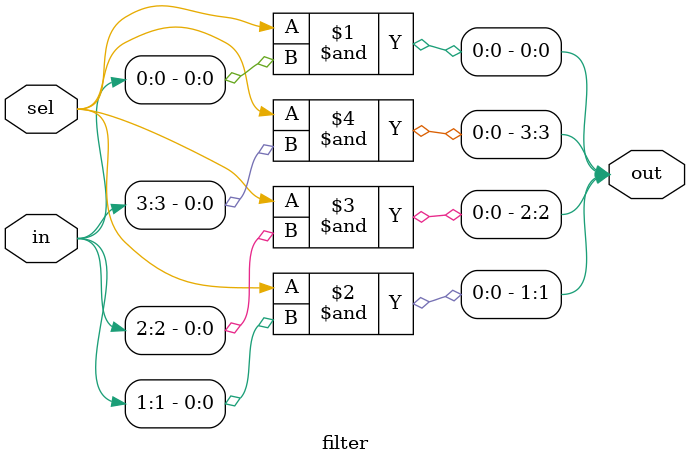
<source format=v>
`timescale 1ns/1ps

module Crossbar_4x4_4bit(in1, in2, in3, in4, out1, out2, out3, out4, control);
input [4-1:0] in1, in2, in3, in4;
input [5-1:0] control;
output [4-1:0] out1, out2, out3, out4;
wire [3:0] crossbar1_1, crossbar1_2;
wire [3:0] crossbar2_1, crossbar2_2;
wire [3:0] crossbar3_1, crossbar3_2;

Crossbar_2x2_4bit c1(in1, in2, control[0], crossbar1_1, crossbar1_2);
Crossbar_2x2_4bit c2(in3, in4, control[3], crossbar2_1, crossbar2_2);
Crossbar_2x2_4bit c3(crossbar1_2, crossbar2_1, control[2], crossbar3_1, crossbar3_2);
Crossbar_2x2_4bit c4(crossbar1_1, crossbar3_1, control[1], out1, out2);
Crossbar_2x2_4bit c5(crossbar3_2, crossbar2_2, control[4], out3, out4);

endmodule

module Crossbar_2x2_4bit(in1, in2, control, out1, out2);
input [4-1:0] in1, in2;
input control;
output [4-1:0] out1, out2;
wire [3:0] dmux1_1, dmux1_2, dmux2_1, dmux2_2;
wire n_control;
not n0(n_control, control);

Dmux_1x2_4bit d0(in1, dmux1_1, dmux1_2, control);
Dmux_1x2_4bit d1(in2, dmux2_1, dmux2_2, n_control);

Mux_2x1_4bit m0(dmux1_1, dmux2_1, control, out1);
Mux_2x1_4bit m1(dmux1_2, dmux2_2, n_control, out2);

endmodule

module Dmux_1x2_4bit(in, a, b, sel);
input [4-1:0] in;
input sel;
output [4-1:0] a, b;
wire n_sel;
not n0(n_sel, sel);

//0
choose c0(in, n_sel, a);
//1
choose c1(in, sel, b);

endmodule

module choose(in, sel, out);

input [3:0] in;
input sel;
output [3:0] out;

and a0(out[0], sel, in[0]);
and a1(out[1], sel, in[1]);
and a2(out[2], sel, in[2]);
and a3(out[3], sel, in[3]);
endmodule

module Mux_2x1_4bit(a, b, sel, f);
input [3:0] a, b;
input sel;
output [3:0] f;

wire n_sel;
wire [3:0] temp0, temp1;
not n0(n_sel, sel);

filter f0(a, n_sel, temp0);
filter f1(b, sel, temp1);

or o0(f[0], temp0[0], temp1[0]);
or o1(f[1], temp0[1], temp1[1]);
or o2(f[2], temp0[2], temp1[2]);
or o3(f[3], temp0[3], temp1[3]);
endmodule

module filter(in, sel, out);
input [3:0] in;
input sel;
output [3:0] out;
and a1(out[0], sel, in[0]);
and a2(out[1], sel, in[1]);
and a3(out[2], sel, in[2]);
and a4(out[3], sel, in[3]);
endmodule
</source>
